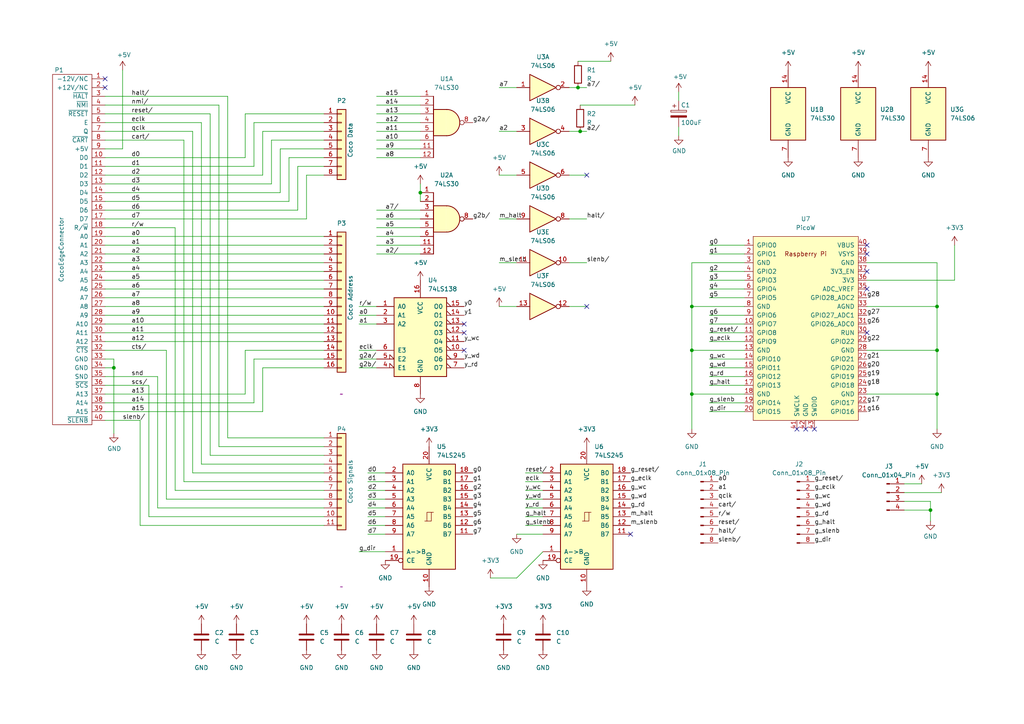
<source format=kicad_sch>
(kicad_sch (version 20230121) (generator eeschema)
  (paper "A4")
  (title_block (title "SpoonFeeder V1") (date "2024-02-07") (rev "Aardvark") (company "www.yak.net/spoonfeeder (Thomas & Strick)"))
  (lib_symbols
    (symbol "74xx:74LS06" (pin_names (offset 1.016))
      (property "Reference" "U" (at 0 1.27 0))
      (property "Value" "74LS06" (at 0 -1.27 0))
      (symbol "74LS06_1_0"
        (pin input line (at -7.62 0 0) (length 3.81) (name "~") (number "1"))
        (pin open_collector inverted (at 7.62 0 180) (length 3.81) (name "~") (number "2"))
      )
      (symbol "74LS06_2_0"
        (pin input line (at -7.62 0 0) (length 3.81) (name "~") (number "3"))
        (pin open_collector inverted (at 7.62 0 180) (length 3.81) (name "~") (number "4"))
      )
      (symbol "74LS06_3_0"
        (pin input line (at -7.62 0 0) (length 3.81) (name "~") (number "5"))
        (pin open_collector inverted (at 7.62 0 180) (length 3.81) (name "~") (number "6"))
      )
      (symbol "74LS06_4_0"
        (pin open_collector inverted (at 7.62 0 180) (length 3.81) (name "~") (number "8"))
        (pin input line (at -7.62 0 0) (length 3.81) (name "~") (number "9"))
      )
      (symbol "74LS06_5_0"
        (pin open_collector inverted (at 7.62 0 180) (length 3.81) (name "~") (number "10"))
        (pin input line (at -7.62 0 0) (length 3.81) (name "~") (number "11"))
      )
      (symbol "74LS06_6_0"
        (pin open_collector inverted (at 7.62 0 180) (length 3.81) (name "~") (number "12"))
        (pin input line (at -7.62 0 0) (length 3.81) (name "~") (number "13"))
      )
      (symbol "74LS06_7_0"
        (pin power_in line (at 0 12.7 270) (length 5.08) (name "VCC") (number "14"))
        (pin power_in line (at 0 -12.7 90) (length 5.08) (name "GND") (number "7"))
      )
    )
    (symbol "74xx:74LS138" (pin_names (offset 1.016))
      (property "Reference" "U" (at -7.62 11.43 0))
      (property "Value" "74LS138" (at -7.62 -13.97 0))
      (symbol "74LS138_1_0"
        (pin input line (at -12.7 7.62 0) (length 5.08) (name "A0") (number "1"))
        (pin output output_low (at 12.7 -5.08 180) (length 5.08) (name "O5") (number "10"))
        (pin output output_low (at 12.7 -2.54 180) (length 5.08) (name "O4") (number "11"))
        (pin output output_low (at 12.7 0 180) (length 5.08) (name "O3") (number "12"))
        (pin output output_low (at 12.7 2.54 180) (length 5.08) (name "O2") (number "13"))
        (pin output output_low (at 12.7 5.08 180) (length 5.08) (name "O1") (number "14"))
        (pin output output_low (at 12.7 7.62 180) (length 5.08) (name "O0") (number "15"))
        (pin power_in line (at 0 15.24 270) (length 5.08) (name "VCC") (number "16"))
        (pin input line (at -12.7 5.08 0) (length 5.08) (name "A1") (number "2"))
        (pin input line (at -12.7 2.54 0) (length 5.08) (name "A2") (number "3"))
        (pin input input_low (at -12.7 -10.16 0) (length 5.08) (name "E1") (number "4"))
        (pin input input_low (at -12.7 -7.62 0) (length 5.08) (name "E2") (number "5"))
        (pin input line (at -12.7 -5.08 0) (length 5.08) (name "E3") (number "6"))
        (pin output output_low (at 12.7 -10.16 180) (length 5.08) (name "O7") (number "7"))
        (pin power_in line (at 0 -17.78 90) (length 5.08) (name "GND") (number "8"))
        (pin output output_low (at 12.7 -7.62 180) (length 5.08) (name "O6") (number "9"))
      )
    )
    (symbol "74xx:74LS245" (pin_names (offset 1.016))
      (property "Reference" "U" (at -7.62 16.51 0))
      (property "Value" "74LS245" (at -7.62 -16.51 0))
      (symbol "74LS245_1_0"
        (pin input line (at -12.7 -10.16 0) (length 5.08) (name "A->B") (number "1"))
        (pin power_in line (at 0 -20.32 90) (length 5.08) (name "GND") (number "10"))
        (pin tri_state line (at 12.7 -5.08 180) (length 5.08) (name "B7") (number "11"))
        (pin tri_state line (at 12.7 -2.54 180) (length 5.08) (name "B6") (number "12"))
        (pin tri_state line (at 12.7 0 180) (length 5.08) (name "B5") (number "13"))
        (pin tri_state line (at 12.7 2.54 180) (length 5.08) (name "B4") (number "14"))
        (pin tri_state line (at 12.7 5.08 180) (length 5.08) (name "B3") (number "15"))
        (pin tri_state line (at 12.7 7.62 180) (length 5.08) (name "B2") (number "16"))
        (pin tri_state line (at 12.7 10.16 180) (length 5.08) (name "B1") (number "17"))
        (pin tri_state line (at 12.7 12.7 180) (length 5.08) (name "B0") (number "18"))
        (pin input inverted (at -12.7 -12.7 0) (length 5.08) (name "CE") (number "19"))
        (pin tri_state line (at -12.7 12.7 0) (length 5.08) (name "A0") (number "2"))
        (pin power_in line (at 0 20.32 270) (length 5.08) (name "VCC") (number "20"))
        (pin tri_state line (at -12.7 10.16 0) (length 5.08) (name "A1") (number "3"))
        (pin tri_state line (at -12.7 7.62 0) (length 5.08) (name "A2") (number "4"))
        (pin tri_state line (at -12.7 5.08 0) (length 5.08) (name "A3") (number "5"))
        (pin tri_state line (at -12.7 2.54 0) (length 5.08) (name "A4") (number "6"))
        (pin tri_state line (at -12.7 0 0) (length 5.08) (name "A5") (number "7"))
        (pin tri_state line (at -12.7 -2.54 0) (length 5.08) (name "A6") (number "8"))
        (pin tri_state line (at -12.7 -5.08 0) (length 5.08) (name "A7") (number "9"))
      )
    )
    (symbol "74xx:74LS30" (pin_names (offset 1.016))
      (property "Reference" "U" (at 0 1.27 0))
      (property "Value" "74LS30" (at 0 -1.27 0))
      (symbol "74LS30_1_1"
        (pin input line (at -7.62 7.62 0) (length 3.81) (name "~") (number "1"))
        (pin input line (at -7.62 -7.62 0) (length 3.81) (name "~") (number "11"))
        (pin input line (at -7.62 -10.16 0) (length 3.81) (name "~") (number "12"))
        (pin input line (at -7.62 5.08 0) (length 3.81) (name "~") (number "2"))
        (pin input line (at -7.62 2.54 0) (length 3.81) (name "~") (number "3"))
        (pin input line (at -7.62 0 0) (length 3.81) (name "~") (number "4"))
        (pin input line (at -7.62 -2.54 0) (length 3.81) (name "~") (number "5"))
        (pin input line (at -7.62 -5.08 0) (length 3.81) (name "~") (number "6"))
        (pin output inverted (at 7.62 0 180) (length 3.81) (name "~") (number "8"))
      )
      (symbol "74LS30_1_2"
        (pin input inverted (at -7.62 7.62 0) (length 3.81) (name "~") (number "1"))
        (pin input inverted (at -7.62 -7.62 0) (length 3.81) (name "~") (number "11"))
        (pin input inverted (at -7.62 -10.16 0) (length 3.81) (name "~") (number "12"))
        (pin input inverted (at -7.62 5.08 0) (length 3.81) (name "~") (number "2"))
        (pin input inverted (at -7.62 2.54 0) (length 4.5466) (name "~") (number "3"))
        (pin input inverted (at -7.62 0 0) (length 5.08) (name "~") (number "4"))
        (pin input inverted (at -7.62 -2.54 0) (length 4.5466) (name "~") (number "5"))
        (pin input inverted (at -7.62 -5.08 0) (length 3.81) (name "~") (number "6"))
        (pin output line (at 7.62 0 180) (length 3.81) (name "~") (number "8"))
      )
      (symbol "74LS30_2_0"
        (pin power_in line (at 0 12.7 270) (length 5.08) (name "VCC") (number "14"))
        (pin power_in line (at 0 -12.7 90) (length 5.08) (name "GND") (number "7"))
      )
    )
    (symbol "Connector:Conn_01x04_Pin" (pin_names (offset 1.016) hide)
      (property "Reference" "J" (at 0 5.08 0))
      (property "Value" "Conn_01x04_Pin" (at 0 -7.62 0))
      (symbol "Conn_01x04_Pin_1_1"
        (pin passive line (at 5.08 2.54 180) (length 3.81) (name "Pin_1") (number "1"))
        (pin passive line (at 5.08 0 180) (length 3.81) (name "Pin_2") (number "2"))
        (pin passive line (at 5.08 -2.54 180) (length 3.81) (name "Pin_3") (number "3"))
        (pin passive line (at 5.08 -5.08 180) (length 3.81) (name "Pin_4") (number "4"))
      )
    )
    (symbol "Connector:Conn_01x08_Pin" (pin_names (offset 1.016) hide)
      (property "Reference" "J" (at 0 10.16 0))
      (property "Value" "Conn_01x08_Pin" (at 0 -12.7 0))
      (symbol "Conn_01x08_Pin_1_1"
        (pin passive line (at 5.08 7.62 180) (length 3.81) (name "Pin_1") (number "1"))
        (pin passive line (at 5.08 5.08 180) (length 3.81) (name "Pin_2") (number "2"))
        (pin passive line (at 5.08 2.54 180) (length 3.81) (name "Pin_3") (number "3"))
        (pin passive line (at 5.08 0 180) (length 3.81) (name "Pin_4") (number "4"))
        (pin passive line (at 5.08 -2.54 180) (length 3.81) (name "Pin_5") (number "5"))
        (pin passive line (at 5.08 -5.08 180) (length 3.81) (name "Pin_6") (number "6"))
        (pin passive line (at 5.08 -7.62 180) (length 3.81) (name "Pin_7") (number "7"))
        (pin passive line (at 5.08 -10.16 180) (length 3.81) (name "Pin_8") (number "8"))
      )
    )
    (symbol "Connector_Generic:Conn_01x08" (pin_names (offset 1.016) hide)
      (property "Reference" "J" (at 0 10.16 0))
      (property "Value" "Conn_01x08" (at 0 -12.7 0))
      (symbol "Conn_01x08_1_1"
        (pin passive line (at -5.08 7.62 0) (length 3.81) (name "Pin_1") (number "1"))
        (pin passive line (at -5.08 5.08 0) (length 3.81) (name "Pin_2") (number "2"))
        (pin passive line (at -5.08 2.54 0) (length 3.81) (name "Pin_3") (number "3"))
        (pin passive line (at -5.08 0 0) (length 3.81) (name "Pin_4") (number "4"))
        (pin passive line (at -5.08 -2.54 0) (length 3.81) (name "Pin_5") (number "5"))
        (pin passive line (at -5.08 -5.08 0) (length 3.81) (name "Pin_6") (number "6"))
        (pin passive line (at -5.08 -7.62 0) (length 3.81) (name "Pin_7") (number "7"))
        (pin passive line (at -5.08 -10.16 0) (length 3.81) (name "Pin_8") (number "8"))
      )
    )
    (symbol "Connector_Generic:Conn_01x11" (pin_names (offset 1.016) hide)
      (property "Reference" "J" (at 0 15.24 0))
      (property "Value" "Conn_01x11" (at 0 -15.24 0))
      (symbol "Conn_01x11_1_1"
        (pin passive line (at -5.08 12.7 0) (length 3.81) (name "Pin_1") (number "1"))
        (pin passive line (at -5.08 -10.16 0) (length 3.81) (name "Pin_10") (number "10"))
        (pin passive line (at -5.08 -12.7 0) (length 3.81) (name "Pin_11") (number "11"))
        (pin passive line (at -5.08 10.16 0) (length 3.81) (name "Pin_2") (number "2"))
        (pin passive line (at -5.08 7.62 0) (length 3.81) (name "Pin_3") (number "3"))
        (pin passive line (at -5.08 5.08 0) (length 3.81) (name "Pin_4") (number "4"))
        (pin passive line (at -5.08 2.54 0) (length 3.81) (name "Pin_5") (number "5"))
        (pin passive line (at -5.08 0 0) (length 3.81) (name "Pin_6") (number "6"))
        (pin passive line (at -5.08 -2.54 0) (length 3.81) (name "Pin_7") (number "7"))
        (pin passive line (at -5.08 -5.08 0) (length 3.81) (name "Pin_8") (number "8"))
        (pin passive line (at -5.08 -7.62 0) (length 3.81) (name "Pin_9") (number "9"))
      )
    )
    (symbol "Connector_Generic:Conn_01x16" (pin_names (offset 1.016) hide)
      (property "Reference" "J" (at 0 20.32 0))
      (property "Value" "Conn_01x16" (at 0 -22.86 0))
      (symbol "Conn_01x16_1_1"
        (pin passive line (at -5.08 17.78 0) (length 3.81) (name "Pin_1") (number "1"))
        (pin passive line (at -5.08 -5.08 0) (length 3.81) (name "Pin_10") (number "10"))
        (pin passive line (at -5.08 -7.62 0) (length 3.81) (name "Pin_11") (number "11"))
        (pin passive line (at -5.08 -10.16 0) (length 3.81) (name "Pin_12") (number "12"))
        (pin passive line (at -5.08 -12.7 0) (length 3.81) (name "Pin_13") (number "13"))
        (pin passive line (at -5.08 -15.24 0) (length 3.81) (name "Pin_14") (number "14"))
        (pin passive line (at -5.08 -17.78 0) (length 3.81) (name "Pin_15") (number "15"))
        (pin passive line (at -5.08 -20.32 0) (length 3.81) (name "Pin_16") (number "16"))
        (pin passive line (at -5.08 15.24 0) (length 3.81) (name "Pin_2") (number "2"))
        (pin passive line (at -5.08 12.7 0) (length 3.81) (name "Pin_3") (number "3"))
        (pin passive line (at -5.08 10.16 0) (length 3.81) (name "Pin_4") (number "4"))
        (pin passive line (at -5.08 7.62 0) (length 3.81) (name "Pin_5") (number "5"))
        (pin passive line (at -5.08 5.08 0) (length 3.81) (name "Pin_6") (number "6"))
        (pin passive line (at -5.08 2.54 0) (length 3.81) (name "Pin_7") (number "7"))
        (pin passive line (at -5.08 0 0) (length 3.81) (name "Pin_8") (number "8"))
        (pin passive line (at -5.08 -2.54 0) (length 3.81) (name "Pin_9") (number "9"))
      )
    )
    (symbol "Device:C" (pin_numbers hide) (pin_names (offset 0.254))
      (property "Reference" "C" (at 0.635 2.54 0))
      (property "Value" "C" (at 0.635 -2.54 0))
      (symbol "C_1_1"
        (pin passive line (at 0 3.81 270) (length 2.794) (name "~") (number "1"))
        (pin passive line (at 0 -3.81 90) (length 2.794) (name "~") (number "2"))
      )
    )
    (symbol "Device:R" (pin_numbers hide) (pin_names (offset 0))
      (property "Reference" "R" (at 2.032 0 90))
      (property "Value" "R" (at 0 0 90))
      (symbol "R_1_1"
        (pin passive line (at 0 3.81 270) (length 1.27) (name "~") (number "1"))
        (pin passive line (at 0 -3.81 90) (length 1.27) (name "~") (number "2"))
      )
    )
    (symbol "dippy:PicoW" (pin_names (offset 1.016))
      (property "Reference" "U" (at -13.97 27.94 0))
      (property "Value" "PicoW" (at 0 19.05 0))
      (symbol "PicoW_0_0"
        (text "Raspberry Pi" (at 0 21.59 0) (effects (font (size 1.27 1.27))))
      )
      (symbol "PicoW_1_1"
        (pin bidirectional line (at -17.78 24.13 0) (length 2.54) (name "GPIO0") (number "1"))
        (pin bidirectional line (at -17.78 1.27 0) (length 2.54) (name "GPIO7") (number "10"))
        (pin bidirectional line (at -17.78 -1.27 0) (length 2.54) (name "GPIO8") (number "11"))
        (pin bidirectional line (at -17.78 -3.81 0) (length 2.54) (name "GPIO9") (number "12"))
        (pin power_in line (at -17.78 -6.35 0) (length 2.54) (name "GND") (number "13"))
        (pin bidirectional line (at -17.78 -8.89 0) (length 2.54) (name "GPIO10") (number "14"))
        (pin bidirectional line (at -17.78 -11.43 0) (length 2.54) (name "GPIO11") (number "15"))
        (pin bidirectional line (at -17.78 -13.97 0) (length 2.54) (name "GPIO12") (number "16"))
        (pin bidirectional line (at -17.78 -16.51 0) (length 2.54) (name "GPIO13") (number "17"))
        (pin power_in line (at -17.78 -19.05 0) (length 2.54) (name "GND") (number "18"))
        (pin bidirectional line (at -17.78 -21.59 0) (length 2.54) (name "GPIO14") (number "19"))
        (pin bidirectional line (at -17.78 21.59 0) (length 2.54) (name "GPIO1") (number "2"))
        (pin bidirectional line (at -17.78 -24.13 0) (length 2.54) (name "GPIO15") (number "20"))
        (pin bidirectional line (at 17.78 -24.13 180) (length 2.54) (name "GPIO16") (number "21"))
        (pin bidirectional line (at 17.78 -21.59 180) (length 2.54) (name "GPIO17") (number "22"))
        (pin power_in line (at 17.78 -19.05 180) (length 2.54) (name "GND") (number "23"))
        (pin bidirectional line (at 17.78 -16.51 180) (length 2.54) (name "GPIO18") (number "24"))
        (pin bidirectional line (at 17.78 -13.97 180) (length 2.54) (name "GPIO19") (number "25"))
        (pin bidirectional line (at 17.78 -11.43 180) (length 2.54) (name "GPIO20") (number "26"))
        (pin bidirectional line (at 17.78 -8.89 180) (length 2.54) (name "GPIO21") (number "27"))
        (pin power_in line (at 17.78 -6.35 180) (length 2.54) (name "GND") (number "28"))
        (pin bidirectional line (at 17.78 -3.81 180) (length 2.54) (name "GPIO22") (number "29"))
        (pin power_in line (at -17.78 19.05 0) (length 2.54) (name "GND") (number "3"))
        (pin input line (at 17.78 -1.27 180) (length 2.54) (name "RUN") (number "30"))
        (pin bidirectional line (at 17.78 1.27 180) (length 2.54) (name "GPIO26_ADC0") (number "31"))
        (pin bidirectional line (at 17.78 3.81 180) (length 2.54) (name "GPIO27_ADC1") (number "32"))
        (pin power_in line (at 17.78 6.35 180) (length 2.54) (name "AGND") (number "33"))
        (pin bidirectional line (at 17.78 8.89 180) (length 2.54) (name "GPIO28_ADC2") (number "34"))
        (pin unspecified line (at 17.78 11.43 180) (length 2.54) (name "ADC_VREF") (number "35"))
        (pin unspecified line (at 17.78 13.97 180) (length 2.54) (name "3V3") (number "36"))
        (pin input line (at 17.78 16.51 180) (length 2.54) (name "3V3_EN") (number "37"))
        (pin bidirectional line (at 17.78 19.05 180) (length 2.54) (name "GND") (number "38"))
        (pin unspecified line (at 17.78 21.59 180) (length 2.54) (name "VSYS") (number "39"))
        (pin bidirectional line (at -17.78 16.51 0) (length 2.54) (name "GPIO2") (number "4"))
        (pin unspecified line (at 17.78 24.13 180) (length 2.54) (name "VBUS") (number "40"))
        (pin input line (at -2.54 -29.21 90) (length 2.54) (name "SWCLK") (number "41"))
        (pin power_in line (at 0 -29.21 90) (length 2.54) (name "GND") (number "42"))
        (pin bidirectional line (at 2.54 -29.21 90) (length 2.54) (name "SWDIO") (number "43"))
        (pin bidirectional line (at -17.78 13.97 0) (length 2.54) (name "GPIO3") (number "5"))
        (pin bidirectional line (at -17.78 11.43 0) (length 2.54) (name "GPIO4") (number "6"))
        (pin bidirectional line (at -17.78 8.89 0) (length 2.54) (name "GPIO5") (number "7"))
        (pin power_in line (at -17.78 6.35 0) (length 2.54) (name "GND") (number "8"))
        (pin bidirectional line (at -17.78 3.81 0) (length 2.54) (name "GPIO6") (number "9"))
      )
    )
    (symbol "power:+3V3" (power) (pin_names (offset 0))
      (property "Value" "+3V3" (at 0 3.556 0))
      (symbol "+3V3_1_1"
        (pin power_in line (at 0 0 90) (length 0) hide (name "+3V3") (number "1"))
      )
    )
    (symbol "power:+5V" (power) (pin_names (offset 0))
      (property "Value" "+5V" (at 0 3.556 0))
      (symbol "+5V_1_1"
        (pin power_in line (at 0 0 90) (length 0) hide (name "+5V") (number "1"))
      )
    )
    (symbol "power:GND" (power) (pin_names (offset 0))
      (property "Value" "GND" (at 0 -3.81 0))
      (symbol "GND_1_1"
        (pin power_in line (at 0 0 270) (length 0) hide (name "GND") (number "1"))
      )
    )
    (symbol "spoon2-rescue:COCO_EDGE_CONNECTOR-00_Custom" (pin_names (offset 1.016))
      (property "Reference" "P" (at -3.175 52.07 0))
      (property "Value" "00_Custom_COCO_EDGE_CONNECTOR" (at -2.54 0 90))
      (symbol "COCO_EDGE_CONNECTOR-00_Custom_1_1"
        (pin power_out line (at 10.16 49.53 180) (length 3.81) (name "-12V/NC") (number "1"))
        (pin passive line (at 10.16 26.67 180) (length 3.81) (name "D0") (number "10"))
        (pin passive line (at 10.16 24.13 180) (length 3.81) (name "D1") (number "11"))
        (pin passive line (at 10.16 21.59 180) (length 3.81) (name "D2") (number "12"))
        (pin passive line (at 10.16 19.05 180) (length 3.81) (name "D3") (number "13"))
        (pin passive line (at 10.16 16.51 180) (length 3.81) (name "D4") (number "14"))
        (pin passive line (at 10.16 13.97 180) (length 3.81) (name "D5") (number "15"))
        (pin passive line (at 10.16 11.43 180) (length 3.81) (name "D6") (number "16"))
        (pin passive line (at 10.16 8.89 180) (length 3.81) (name "D7") (number "17"))
        (pin passive line (at 10.16 6.35 180) (length 3.81) (name "R/~{W}") (number "18"))
        (pin passive line (at 10.16 3.81 180) (length 3.81) (name "A0") (number "19"))
        (pin power_out line (at 10.16 46.99 180) (length 3.81) (name "+12V/NC") (number "2"))
        (pin passive line (at 10.16 1.27 180) (length 3.81) (name "A1") (number "20"))
        (pin passive line (at 10.16 -1.27 180) (length 3.81) (name "A2") (number "21"))
        (pin passive line (at 10.16 -3.81 180) (length 3.81) (name "A3") (number "22"))
        (pin passive line (at 10.16 -6.35 180) (length 3.81) (name "A4") (number "23"))
        (pin passive line (at 10.16 -8.89 180) (length 3.81) (name "A5") (number "24"))
        (pin passive line (at 10.16 -11.43 180) (length 3.81) (name "A6") (number "25"))
        (pin passive line (at 10.16 -13.97 180) (length 3.81) (name "A7") (number "26"))
        (pin passive line (at 10.16 -16.51 180) (length 3.81) (name "A8") (number "27"))
        (pin passive line (at 10.16 -19.05 180) (length 3.81) (name "A9") (number "28"))
        (pin passive line (at 10.16 -21.59 180) (length 3.81) (name "A10") (number "29"))
        (pin passive line (at 10.16 44.45 180) (length 3.81) (name "~{HALT}") (number "3"))
        (pin passive line (at 10.16 -24.13 180) (length 3.81) (name "A11") (number "30"))
        (pin passive line (at 10.16 -26.67 180) (length 3.81) (name "A12") (number "31"))
        (pin passive line (at 10.16 -29.21 180) (length 3.81) (name "~{CTS}") (number "32"))
        (pin power_out line (at 10.16 -31.75 180) (length 3.81) (name "GND") (number "33"))
        (pin power_in line (at 10.16 -34.29 180) (length 3.81) (name "GND") (number "34"))
        (pin passive line (at 10.16 -36.83 180) (length 3.81) (name "SND") (number "35"))
        (pin passive line (at 10.16 -39.37 180) (length 3.81) (name "~{SCS}") (number "36"))
        (pin passive line (at 10.16 -41.91 180) (length 3.81) (name "A13") (number "37"))
        (pin passive line (at 10.16 -44.45 180) (length 3.81) (name "A14") (number "38"))
        (pin passive line (at 10.16 -46.99 180) (length 3.81) (name "A15") (number "39"))
        (pin passive line (at 10.16 41.91 180) (length 3.81) (name "~{NMI}") (number "4"))
        (pin passive line (at 10.16 -49.53 180) (length 3.81) (name "~{SLENB}") (number "40"))
        (pin passive line (at 10.16 39.37 180) (length 3.81) (name "~{RESET}") (number "5"))
        (pin passive line (at 10.16 36.83 180) (length 3.81) (name "E") (number "6"))
        (pin passive line (at 10.16 34.29 180) (length 3.81) (name "Q") (number "7"))
        (pin passive line (at 10.16 31.75 180) (length 3.81) (name "~{CART}") (number "8"))
        (pin power_out line (at 10.16 29.21 180) (length 3.81) (name "+5V") (number "9"))
      )
    )
    (symbol "spoon2-rescue:CP-Device" (pin_numbers hide) (pin_names (offset 0.254))
      (property "Reference" "C" (at 0.635 2.54 0))
      (property "Value" "Device_CP" (at 0.635 -2.54 0))
      (symbol "CP-Device_1_1"
        (pin passive line (at 0 3.81 270) (length 2.794) (name "~") (number "1"))
        (pin passive line (at 0 -3.81 90) (length 2.794) (name "~") (number "2"))
      )
    )
  )
  (junction (at 200.66 114.3))
  (junction (at 121.92 55.88))
  (junction (at 271.78 88.9))
  (junction (at 167.64 25.4))
  (junction (at 168.275 38.1))
  (junction (at 200.66 101.6))
  (junction (at 33.02 106.68))
  (junction (at 200.66 88.9))
  (junction (at 271.78 101.6))
  (junction (at 271.78 114.3))
  (junction (at 269.875 147.955))
  (no_connect (at 231.14 124.46))
  (no_connect (at 251.46 73.66))
  (no_connect (at 182.88 154.94))
  (no_connect (at 251.46 96.52))
  (no_connect (at 170.18 50.8))
  (no_connect (at 236.22 124.46))
  (no_connect (at 134.62 96.52))
  (no_connect (at 170.18 88.9))
  (no_connect (at 251.46 71.12))
  (no_connect (at 30.48 22.86))
  (no_connect (at 134.62 101.6))
  (no_connect (at 30.48 25.4))
  (no_connect (at 251.46 78.74))
  (no_connect (at 233.68 124.46))
  (no_connect (at 251.46 83.82))
  (no_connect (at 134.62 93.98))
  (wire (pts (xy 71.12 114.3) (xy 71.12 101.6)))
  (wire (pts (xy 196.85 26.67) (xy 196.85 29.21)))
  (wire (pts (xy 104.14 88.9) (xy 109.22 88.9)))
  (wire (pts (xy 109.22 30.48) (xy 121.92 30.48)))
  (wire (pts (xy 144.78 76.2) (xy 149.86 76.2)))
  (wire (pts (xy 30.48 45.72) (xy 71.12 45.72)))
  (wire (pts (xy 205.74 81.28) (xy 215.9 81.28)))
  (wire (pts (xy 33.02 106.68) (xy 30.48 106.68)))
  (wire (pts (xy 152.4 149.86) (xy 157.48 149.86)))
  (wire (pts (xy 251.46 114.3) (xy 271.78 114.3)))
  (wire (pts (xy 30.48 104.14) (xy 33.02 104.14)))
  (wire (pts (xy 30.48 53.34) (xy 78.74 53.34)))
  (wire (pts (xy 196.85 36.83) (xy 196.85 39.37)))
  (wire (pts (xy 58.42 134.62) (xy 58.42 35.56)))
  (wire (pts (xy 205.74 71.12) (xy 215.9 71.12)))
  (wire (pts (xy 251.46 81.28) (xy 276.86 81.28)))
  (wire (pts (xy 251.46 101.6) (xy 271.78 101.6)))
  (wire (pts (xy 106.68 152.4) (xy 111.76 152.4)))
  (wire (pts (xy 200.66 88.9) (xy 200.66 101.6)))
  (wire (pts (xy 48.26 144.78) (xy 48.26 101.6)))
  (wire (pts (xy 205.74 104.14) (xy 215.9 104.14)))
  (wire (pts (xy 205.74 116.84) (xy 215.9 116.84)))
  (wire (pts (xy 93.98 88.9) (xy 30.48 88.9)))
  (wire (pts (xy 33.02 106.68) (xy 33.02 125.73)))
  (wire (pts (xy 60.96 33.02) (xy 60.96 132.08)))
  (wire (pts (xy 269.875 145.415) (xy 269.875 147.955)))
  (wire (pts (xy 30.48 43.18) (xy 35.56 43.18)))
  (wire (pts (xy 104.14 93.98) (xy 109.22 93.98)))
  (wire (pts (xy 205.74 109.22) (xy 215.9 109.22)))
  (wire (pts (xy 81.28 55.88) (xy 81.28 43.18)))
  (wire (pts (xy 88.9 50.8) (xy 93.98 50.8)))
  (wire (pts (xy 40.64 152.4) (xy 93.98 152.4)))
  (wire (pts (xy 106.68 137.16) (xy 111.76 137.16)))
  (wire (pts (xy 76.2 38.1) (xy 93.98 38.1)))
  (wire (pts (xy 144.78 63.5) (xy 149.86 63.5)))
  (wire (pts (xy 106.68 147.32) (xy 111.76 147.32)))
  (wire (pts (xy 271.78 101.6) (xy 271.78 114.3)))
  (wire (pts (xy 60.96 132.08) (xy 93.98 132.08)))
  (wire (pts (xy 30.48 93.98) (xy 93.98 93.98)))
  (wire (pts (xy 109.22 73.66) (xy 121.92 73.66)))
  (wire (pts (xy 55.88 38.1) (xy 55.88 137.16)))
  (wire (pts (xy 152.4 147.32) (xy 157.48 147.32)))
  (wire (pts (xy 165.1 38.1) (xy 168.275 38.1)))
  (wire (pts (xy 63.5 30.48) (xy 63.5 129.54)))
  (wire (pts (xy 43.18 111.76) (xy 30.48 111.76)))
  (wire (pts (xy 48.26 101.6) (xy 30.48 101.6)))
  (wire (pts (xy 81.28 43.18) (xy 93.98 43.18)))
  (wire (pts (xy 200.66 101.6) (xy 215.9 101.6)))
  (wire (pts (xy 200.66 114.3) (xy 215.9 114.3)))
  (wire (pts (xy 152.4 137.16) (xy 157.48 137.16)))
  (wire (pts (xy 86.36 48.26) (xy 93.98 48.26)))
  (wire (pts (xy 53.34 139.7) (xy 53.34 40.64)))
  (wire (pts (xy 30.48 91.44) (xy 93.98 91.44)))
  (wire (pts (xy 30.48 81.28) (xy 93.98 81.28)))
  (wire (pts (xy 121.92 55.88) (xy 121.92 58.42)))
  (wire (pts (xy 205.74 106.68) (xy 215.9 106.68)))
  (wire (pts (xy 53.34 40.64) (xy 30.48 40.64)))
  (wire (pts (xy 30.48 48.26) (xy 73.66 48.26)))
  (wire (pts (xy 152.4 144.78) (xy 157.48 144.78)))
  (wire (pts (xy 73.66 35.56) (xy 93.98 35.56)))
  (wire (pts (xy 157.48 160.02) (xy 149.86 167.64)))
  (wire (pts (xy 262.255 147.955) (xy 269.875 147.955)))
  (wire (pts (xy 205.74 96.52) (xy 215.9 96.52)))
  (wire (pts (xy 30.48 63.5) (xy 88.9 63.5)))
  (wire (pts (xy 149.86 154.94) (xy 157.48 154.94)))
  (wire (pts (xy 205.74 78.74) (xy 215.9 78.74)))
  (wire (pts (xy 58.42 35.56) (xy 30.48 35.56)))
  (wire (pts (xy 78.74 40.64) (xy 93.98 40.64)))
  (wire (pts (xy 168.275 38.1) (xy 170.18 38.1)))
  (wire (pts (xy 205.74 91.44) (xy 215.9 91.44)))
  (wire (pts (xy 205.74 83.82) (xy 215.9 83.82)))
  (wire (pts (xy 45.72 147.32) (xy 93.98 147.32)))
  (wire (pts (xy 66.04 27.94) (xy 66.04 127)))
  (wire (pts (xy 109.22 71.12) (xy 121.92 71.12)))
  (wire (pts (xy 71.12 45.72) (xy 71.12 33.02)))
  (wire (pts (xy 165.1 76.2) (xy 170.18 76.2)))
  (wire (pts (xy 71.12 101.6) (xy 93.98 101.6)))
  (wire (pts (xy 30.48 33.02) (xy 60.96 33.02)))
  (wire (pts (xy 269.875 147.955) (xy 269.875 151.13)))
  (wire (pts (xy 93.98 76.2) (xy 30.48 76.2)))
  (wire (pts (xy 109.22 60.96) (xy 121.92 60.96)))
  (wire (pts (xy 50.8 66.04) (xy 50.8 142.24)))
  (wire (pts (xy 144.78 88.9) (xy 149.86 88.9)))
  (wire (pts (xy 30.48 55.88) (xy 81.28 55.88)))
  (wire (pts (xy 93.98 78.74) (xy 30.48 78.74)))
  (wire (pts (xy 109.22 63.5) (xy 121.92 63.5)))
  (wire (pts (xy 200.66 88.9) (xy 215.9 88.9)))
  (wire (pts (xy 30.48 114.3) (xy 71.12 114.3)))
  (wire (pts (xy 109.22 66.04) (xy 121.92 66.04)))
  (wire (pts (xy 55.88 137.16) (xy 93.98 137.16)))
  (wire (pts (xy 93.98 134.62) (xy 58.42 134.62)))
  (wire (pts (xy 144.78 38.1) (xy 149.86 38.1)))
  (wire (pts (xy 30.48 30.48) (xy 63.5 30.48)))
  (wire (pts (xy 152.4 139.7) (xy 157.48 139.7)))
  (wire (pts (xy 271.78 88.9) (xy 271.78 101.6)))
  (wire (pts (xy 30.48 27.94) (xy 66.04 27.94)))
  (wire (pts (xy 45.72 109.22) (xy 45.72 147.32)))
  (wire (pts (xy 30.48 86.36) (xy 93.98 86.36)))
  (wire (pts (xy 276.86 71.12) (xy 276.86 81.28)))
  (wire (pts (xy 30.48 121.92) (xy 40.64 121.92)))
  (wire (pts (xy 251.46 76.2) (xy 271.78 76.2)))
  (wire (pts (xy 73.66 104.14) (xy 73.66 116.84)))
  (wire (pts (xy 63.5 129.54) (xy 93.98 129.54)))
  (wire (pts (xy 168.275 30.48) (xy 184.15 30.48)))
  (wire (pts (xy 152.4 142.24) (xy 157.48 142.24)))
  (wire (pts (xy 142.24 167.64) (xy 149.86 167.64)))
  (wire (pts (xy 205.74 93.98) (xy 215.9 93.98)))
  (wire (pts (xy 106.68 154.94) (xy 111.76 154.94)))
  (wire (pts (xy 93.98 96.52) (xy 30.48 96.52)))
  (wire (pts (xy 109.22 40.64) (xy 121.92 40.64)))
  (wire (pts (xy 83.82 45.72) (xy 93.98 45.72)))
  (wire (pts (xy 165.1 88.9) (xy 170.18 88.9)))
  (wire (pts (xy 30.48 66.04) (xy 50.8 66.04)))
  (wire (pts (xy 73.66 104.14) (xy 93.98 104.14)))
  (wire (pts (xy 106.68 139.7) (xy 111.76 139.7)))
  (wire (pts (xy 109.22 68.58) (xy 121.92 68.58)))
  (wire (pts (xy 30.48 99.06) (xy 93.98 99.06)))
  (wire (pts (xy 88.9 63.5) (xy 88.9 50.8)))
  (wire (pts (xy 50.8 142.24) (xy 93.98 142.24)))
  (wire (pts (xy 205.74 73.66) (xy 215.9 73.66)))
  (wire (pts (xy 144.78 50.8) (xy 149.86 50.8)))
  (wire (pts (xy 167.64 17.78) (xy 177.165 17.78)))
  (wire (pts (xy 30.48 73.66) (xy 93.98 73.66)))
  (wire (pts (xy 271.78 76.2) (xy 271.78 88.9)))
  (wire (pts (xy 78.74 53.34) (xy 78.74 40.64)))
  (wire (pts (xy 71.12 33.02) (xy 93.98 33.02)))
  (wire (pts (xy 76.2 50.8) (xy 76.2 38.1)))
  (wire (pts (xy 205.74 119.38) (xy 215.9 119.38)))
  (wire (pts (xy 262.255 145.415) (xy 269.875 145.415)))
  (wire (pts (xy 76.2 106.68) (xy 76.2 119.38)))
  (wire (pts (xy 30.48 38.1) (xy 55.88 38.1)))
  (wire (pts (xy 104.14 106.68) (xy 109.22 106.68)))
  (wire (pts (xy 93.98 144.78) (xy 48.26 144.78)))
  (wire (pts (xy 30.48 58.42) (xy 83.82 58.42)))
  (wire (pts (xy 86.36 60.96) (xy 86.36 48.26)))
  (wire (pts (xy 121.92 53.34) (xy 121.92 55.88)))
  (wire (pts (xy 35.56 43.18) (xy 35.56 20.32)))
  (wire (pts (xy 106.68 144.78) (xy 111.76 144.78)))
  (wire (pts (xy 205.74 86.36) (xy 215.9 86.36)))
  (wire (pts (xy 165.1 50.8) (xy 170.18 50.8)))
  (wire (pts (xy 83.82 58.42) (xy 83.82 45.72)))
  (wire (pts (xy 30.48 50.8) (xy 76.2 50.8)))
  (wire (pts (xy 104.14 160.02) (xy 111.76 160.02)))
  (wire (pts (xy 93.98 83.82) (xy 30.48 83.82)))
  (wire (pts (xy 200.66 76.2) (xy 200.66 88.9)))
  (wire (pts (xy 30.48 109.22) (xy 45.72 109.22)))
  (wire (pts (xy 271.78 114.3) (xy 271.78 124.46)))
  (wire (pts (xy 109.22 33.02) (xy 121.92 33.02)))
  (wire (pts (xy 66.04 127) (xy 93.98 127)))
  (wire (pts (xy 104.14 101.6) (xy 109.22 101.6)))
  (wire (pts (xy 104.14 104.14) (xy 109.22 104.14)))
  (wire (pts (xy 106.68 142.24) (xy 111.76 142.24)))
  (wire (pts (xy 152.4 152.4) (xy 157.48 152.4)))
  (wire (pts (xy 106.68 149.86) (xy 111.76 149.86)))
  (wire (pts (xy 200.66 101.6) (xy 200.66 114.3)))
  (wire (pts (xy 205.74 99.06) (xy 215.9 99.06)))
  (wire (pts (xy 43.18 149.86) (xy 43.18 111.76)))
  (wire (pts (xy 30.48 60.96) (xy 86.36 60.96)))
  (wire (pts (xy 109.22 38.1) (xy 121.92 38.1)))
  (wire (pts (xy 40.64 121.92) (xy 40.64 152.4)))
  (wire (pts (xy 30.48 71.12) (xy 93.98 71.12)))
  (wire (pts (xy 165.1 25.4) (xy 167.64 25.4)))
  (wire (pts (xy 33.02 104.14) (xy 33.02 106.68)))
  (wire (pts (xy 262.255 142.875) (xy 273.05 142.875)))
  (wire (pts (xy 93.98 106.68) (xy 76.2 106.68)))
  (wire (pts (xy 104.14 91.44) (xy 109.22 91.44)))
  (wire (pts (xy 200.66 76.2) (xy 215.9 76.2)))
  (wire (pts (xy 109.22 27.94) (xy 121.92 27.94)))
  (wire (pts (xy 165.1 63.5) (xy 170.18 63.5)))
  (wire (pts (xy 73.66 48.26) (xy 73.66 35.56)))
  (wire (pts (xy 262.255 140.335) (xy 267.335 140.335)))
  (wire (pts (xy 93.98 68.58) (xy 30.48 68.58)))
  (wire (pts (xy 109.22 45.72) (xy 121.92 45.72)))
  (wire (pts (xy 109.22 35.56) (xy 121.92 35.56)))
  (wire (pts (xy 76.2 119.38) (xy 30.48 119.38)))
  (wire (pts (xy 167.64 25.4) (xy 170.18 25.4)))
  (wire (pts (xy 73.66 116.84) (xy 30.48 116.84)))
  (wire (pts (xy 109.22 43.18) (xy 121.92 43.18)))
  (wire (pts (xy 205.74 111.76) (xy 215.9 111.76)))
  (wire (pts (xy 93.98 139.7) (xy 53.34 139.7)))
  (wire (pts (xy 251.46 88.9) (xy 271.78 88.9)))
  (wire (pts (xy 200.66 114.3) (xy 200.66 124.46)))
  (wire (pts (xy 93.98 149.86) (xy 43.18 149.86)))
  (wire (pts (xy 144.78 25.4) (xy 149.86 25.4)))
  (label "g_dir" (at 205.74 119.38 0))
  (label "a11" (at 38.1 96.52 0))
  (label "d5" (at 106.68 149.86 0))
  (label "g_eclk" (at 205.74 99.06 0))
  (label "a10" (at 38.1 93.98 0))
  (label "a11" (at 111.76 38.1 0))
  (label "g1" (at 137.16 139.7 0))
  (label "a13" (at 38.1 114.3 0))
  (label "g2b{slash}" (at 104.14 106.68 0))
  (label "a7" (at 38.1 86.36 0))
  (label "a8" (at 38.1 88.9 0))
  (label "g20" (at 251.46 106.68 0))
  (label "g_wd" (at 182.88 144.78 0))
  (label "d7" (at 38.1 63.5 0))
  (label "snd" (at 38.1 109.22 0))
  (label "g2" (at 137.16 142.24 0))
  (label "reset{slash}" (at 38.1 33.02 0))
  (label "g4" (at 205.74 83.82 0))
  (label "reset{slash}" (at 152.4 137.16 0))
  (label "d5" (at 38.1 58.42 0))
  (label "a4" (at 38.1 78.74 0))
  (label "a4" (at 111.76 68.58 0))
  (label "cart{slash}" (at 38.1 40.64 0))
  (label "a13" (at 111.76 33.02 0))
  (label "a2" (at 38.1 73.66 0))
  (label "eclk" (at 152.4 139.7 0))
  (label "y_wc" (at 134.62 99.06 0))
  (label "a12" (at 111.76 35.56 0))
  (label "d1" (at 106.68 139.7 0))
  (label "halt{slash}" (at 38.1 27.94 0))
  (label "g22" (at 251.46 99.06 0))
  (label "g6" (at 205.74 91.44 0))
  (label "a0" (at 104.14 91.44 0))
  (label "a14" (at 111.76 30.48 0))
  (label "a15" (at 111.76 27.94 0))
  (label "m_slenb" (at 144.78 76.2 0))
  (label "a5" (at 38.1 81.28 0))
  (label "d6" (at 38.1 60.96 0))
  (label "g_wc" (at 205.74 104.14 0))
  (label "g28" (at 251.46 86.36 0))
  (label "d2" (at 106.68 142.24 0))
  (label "r{slash}w" (at 38.1 66.04 0))
  (label "d3" (at 106.68 144.78 0))
  (label "g3" (at 137.16 144.78 0))
  (label "d4" (at 106.68 147.32 0))
  (label "g2a{slash}" (at 137.16 35.56 0))
  (label "a14" (at 38.1 116.84 0))
  (label "d6" (at 106.68 152.4 0))
  (label "d2" (at 38.1 50.8 0))
  (label "g5" (at 137.16 149.86 0))
  (label "cts{slash}" (at 38.1 101.6 0))
  (label "g_rd" (at 182.88 147.32 0))
  (label "g1" (at 205.74 73.66 0))
  (label "g0" (at 137.16 137.16 0))
  (label "halt{slash}" (at 208.28 154.94 0))
  (label "a15" (at 38.1 119.38 0))
  (label "g21" (at 251.46 104.14 0))
  (label "y_wd" (at 134.62 104.14 0))
  (label "d3" (at 38.1 53.34 0))
  (label "m_halt" (at 144.78 63.5 0))
  (label "d0" (at 106.68 137.16 0))
  (label "g26" (at 251.46 93.98 0))
  (label "g_dir" (at 236.22 157.48 0))
  (label "a1" (at 208.28 142.24 0))
  (label "y_wd" (at 152.4 144.78 0))
  (label "g_reset{slash}" (at 236.22 139.7 0))
  (label "a6" (at 111.76 63.5 0))
  (label "eclk" (at 104.14 101.6 0))
  (label "scs{slash}" (at 38.1 111.76 0))
  (label "a0" (at 38.1 68.58 0))
  (label "y_wc" (at 152.4 142.24 0))
  (label "g_slenb" (at 205.74 116.84 0))
  (label "g_rd" (at 236.22 149.86 0))
  (label "r{slash}w" (at 208.28 149.86 0))
  (label "g_halt" (at 152.4 149.86 0))
  (label "a6" (at 38.1 83.82 0))
  (label "halt{slash}" (at 170.18 63.5 0))
  (label "d7" (at 106.68 154.94 0))
  (label "cart{slash}" (at 208.28 147.32 0))
  (label "g_eclk" (at 236.22 142.24 0))
  (label "a1" (at 38.1 71.12 0))
  (label "m_slenb" (at 182.88 152.4 0))
  (label "a3" (at 38.1 76.2 0))
  (label "y1" (at 134.62 91.44 0))
  (label "g7" (at 137.16 154.94 0))
  (label "g17" (at 251.46 116.84 0))
  (label "g_dir" (at 104.14 160.02 0))
  (label "slenb{slash}" (at 208.28 157.48 0))
  (label "reset{slash}" (at 208.28 152.4 0))
  (label "qclk" (at 208.28 144.78 0))
  (label "d4" (at 38.1 55.88 0))
  (label "a9" (at 111.76 43.18 0))
  (label "g_eclk" (at 182.88 139.7 0))
  (label "a7" (at 144.78 25.4 0))
  (label "g_halt" (at 236.22 152.4 0))
  (label "g_reset{slash}" (at 205.74 96.52 0))
  (label "g0" (at 205.74 71.12 0))
  (label "r{slash}w" (at 104.14 88.9 0))
  (label "d0" (at 38.1 45.72 0))
  (label "g6" (at 137.16 152.4 0))
  (label "a10" (at 111.76 40.64 0))
  (label "eclk" (at 38.1 35.56 0))
  (label "slenb{slash}" (at 170.18 76.2 0))
  (label "g19" (at 251.46 109.22 0))
  (label "a3" (at 111.76 71.12 0))
  (label "a0" (at 208.28 139.7 0))
  (label "g4" (at 137.16 147.32 0))
  (label "g27" (at 251.46 91.44 0))
  (label "d1" (at 38.1 48.26 0))
  (label "g_wd" (at 205.74 106.68 0))
  (label "g2b{slash}" (at 137.16 63.5 0))
  (label "a7{slash}" (at 170.18 25.4 0))
  (label "nmi{slash}" (at 38.1 30.48 0))
  (label "a9" (at 38.1 91.44 0))
  (label "a12" (at 38.1 99.06 0))
  (label "g_slenb" (at 152.4 152.4 0))
  (label "g2" (at 205.74 78.74 0))
  (label "g_wc" (at 182.88 142.24 0))
  (label "a2{slash}" (at 170.18 38.1 0))
  (label "a8" (at 111.76 45.72 0))
  (label "g_reset{slash}" (at 182.88 137.16 0))
  (label "g5" (at 205.74 86.36 0))
  (label "slenb{slash}" (at 35.56 121.92 0))
  (label "a1" (at 104.14 93.98 0))
  (label "g3" (at 205.74 81.28 0))
  (label "g_rd" (at 205.74 109.22 0))
  (label "y0" (at 134.62 88.9 0))
  (label "m_halt" (at 182.88 149.86 0))
  (label "qclk" (at 38.1 38.1 0))
  (label "g_wc" (at 236.22 144.78 0))
  (label "a5" (at 111.76 66.04 0))
  (label "a2" (at 144.78 38.1 0))
  (label "y_rd" (at 152.4 147.32 0))
  (label "g18" (at 251.46 111.76 0))
  (label "g2a{slash}" (at 104.14 104.14 0))
  (label "g_slenb" (at 236.22 154.94 0))
  (label "a7{slash}" (at 111.76 60.96 0))
  (label "a2{slash}" (at 111.76 73.66 0))
  (label "y_rd" (at 134.62 106.68 0))
  (label "g16" (at 251.46 119.38 0))
  (label "g_halt" (at 205.74 111.76 0))
  (label "g_wd" (at 236.22 147.32 0))
  (label "g7" (at 205.74 93.98 0))
  (symbol (lib_id "spoon2-rescue:CP-Device") (at 196.85 33.02 0) (unit 1)
    (property "Reference" "C1" (at 197.485 30.48 0) (effects (justify left)))
    (property "Value" "100uF" (at 197.485 35.56 0) (effects (justify left)))
    (property "Footprint" "Capacitors_ThroughHole:C_Radial_D7.5_L11.2_P2.5" (effects hide))
  )
  (symbol (lib_id "spoon2-rescue:COCO_EDGE_CONNECTOR-00_Custom") (at 20.32 72.39 0) (unit 1)
    (property "Reference" "P1" (at 17.145 20.32 0))
    (property "Value" "CocoEdgeConnector" (at 17.78 72.39 90))
    (property "Footprint" "0Titanium:CocoCardEdgeCocoMIDI" (effects hide))
  )
  (symbol (lib_id "Connector_Generic:Conn_01x16") (at 99.06 86.36 0) (unit 1)
    (property "Reference" "P3" (at 99.06 64.77 0))
    (property "Value" "Coco Address" (at 101.6 86.36 90))
    (property "Footprint" "Housings_DIP:DIP-32_W15.24mm" (effects hide))
    (property "Datasheet" "~" (at 99.06 114.3 0))
  )
  (symbol (lib_id "Connector_Generic:Conn_01x08") (at 99.06 40.64 0) (unit 1)
    (property "Reference" "P2" (at 99.06 29.21 0))
    (property "Value" "Coco Data" (at 101.6 40.64 90))
    (property "Footprint" "Housings_DIP:DIP-16_W7.62mm" (effects hide))
    (property "Datasheet" "~" (at 99.06 71.12 0))
  )
  (symbol (lib_id "Connector_Generic:Conn_01x11") (at 99.06 139.7 0) (unit 1)
    (property "Reference" "P4" (at 99.06 124.46 0))
    (property "Value" "Coco Signals" (at 101.6 139.7 90))
    (property "Footprint" "Housings_DIP:DIP-22_W10.16mm" (effects hide))
    (property "Datasheet" "~" (at 99.06 170.18 0))
  )
  (symbol (lib_id "power:GND") (at 196.85 39.37 0) (unit 1)
    (property "Reference" "#PWR0104" (effects hide))
    (property "Value" "GND" (at 196.977 43.7642 0))
  )
  (symbol (lib_id "power:GND") (at 33.02 125.73 0) (unit 1)
    (property "Reference" "#PWR0106" (effects hide))
    (property "Value" "GND" (at 33.147 130.1242 0))
  )
  (symbol (lib_id "power:+5V") (at 196.85 26.67 0) (unit 1)
    (property "Reference" "#PWR0101" (effects hide))
    (property "Value" "+5V" (at 197.231 22.2758 0))
  )
  (symbol (lib_id "power:+5V") (at 35.56 20.32 0) (unit 1)
    (property "Reference" "#PWR0102" (effects hide))
    (property "Value" "+5V" (at 35.941 15.9258 0))
  )
  (symbol (lib_id "power:GND") (at 58.42 188.595 0) (unit 1)
    (property "Reference" "#PWR026" (effects hide))
    (property "Value" "GND" (at 58.42 193.675 0))
  )
  (symbol (lib_id "power:+3V3") (at 273.05 142.875 0) (unit 1)
    (property "Reference" "#PWR036" (effects hide))
    (property "Value" "+3V3" (at 273.05 137.795 0))
  )
  (symbol (lib_id "power:+5V") (at 144.78 88.9 0) (unit 1)
    (property "Reference" "#PWR09" (effects hide))
    (property "Value" "+5V" (at 144.78 83.82 0))
  )
  (symbol (lib_id "74xx:74LS06") (at 157.48 76.2 0) (unit 5)
    (property "Reference" "U3" (at 157.48 67.31 0))
    (property "Value" "74LS06" (at 157.48 69.85 0))
    (property "Footprint" "Package_DIP:DIP-14_W7.62mm_LongPads" (effects hide))
    (property "Datasheet" "http://www.ti.com/lit/gpn/sn74LS06" (effects hide))
  )
  (symbol (lib_id "power:+3V3") (at 170.18 129.54 0) (unit 1)
    (property "Reference" "#PWR016" (effects hide))
    (property "Value" "+3V3" (at 170.18 124.46 0))
  )
  (symbol (lib_id "power:+3V3") (at 124.46 129.54 0) (unit 1)
    (property "Reference" "#PWR015" (effects hide))
    (property "Value" "+3V3" (at 124.46 124.46 0))
  )
  (symbol (lib_id "power:+3V3") (at 146.05 180.975 0) (unit 1)
    (property "Reference" "#PWR041" (effects hide))
    (property "Value" "+3V3" (at 146.05 175.895 0))
  )
  (symbol (lib_id "Device:C") (at 146.05 184.785 0) (unit 1)
    (property "Reference" "C9" (at 149.86 183.515 0) (effects (justify left)))
    (property "Value" "C" (at 149.86 186.055 0) (effects (justify left)))
    (property "Footprint" "Capacitor_THT:C_Disc_D5.0mm_W2.5mm_P5.00mm" (effects hide))
  )
  (symbol (lib_id "Device:C") (at 109.22 184.785 0) (unit 1)
    (property "Reference" "C7" (at 113.03 183.515 0) (effects (justify left)))
    (property "Value" "C" (at 113.03 186.055 0) (effects (justify left)))
    (property "Footprint" "Capacitor_THT:C_Disc_D5.0mm_W2.5mm_P5.00mm" (effects hide))
  )
  (symbol (lib_id "power:+5V") (at 144.78 50.8 0) (unit 1)
    (property "Reference" "#PWR08" (effects hide))
    (property "Value" "+5V" (at 144.78 45.72 0))
  )
  (symbol (lib_id "power:GND") (at 124.46 170.18 0) (unit 1)
    (property "Reference" "#PWR014" (effects hide))
    (property "Value" "GND" (at 124.46 175.26 0))
  )
  (symbol (lib_id "74xx:74LS30") (at 248.92 33.02 0) (unit 2)
    (property "Reference" "U2" (at 255.27 31.75 0) (effects (justify left)))
    (property "Value" "74LS30" (at 255.27 34.29 0) (effects (justify left)))
    (property "Footprint" "Package_DIP:DIP-14_W7.62mm_LongPads" (effects hide))
    (property "Datasheet" "http://www.ti.com/lit/gpn/sn74LS30" (effects hide))
  )
  (symbol (lib_id "power:GND") (at 271.78 124.46 0) (unit 1)
    (property "Reference" "#PWR021" (effects hide))
    (property "Value" "GND" (at 271.78 129.54 0))
  )
  (symbol (lib_id "Device:C") (at 157.48 184.785 0) (unit 1)
    (property "Reference" "C10" (at 161.29 183.515 0) (effects (justify left)))
    (property "Value" "C" (at 161.29 186.055 0) (effects (justify left)))
    (property "Footprint" "Capacitor_THT:C_Disc_D5.0mm_W2.5mm_P5.00mm" (effects hide))
  )
  (symbol (lib_id "power:+5V") (at 248.92 20.32 0) (unit 1)
    (property "Reference" "#PWR03" (effects hide))
    (property "Value" "+5V" (at 248.92 15.24 0))
  )
  (symbol (lib_id "power:GND") (at 88.9 188.595 0) (unit 1)
    (property "Reference" "#PWR029" (effects hide))
    (property "Value" "GND" (at 88.9 193.675 0))
  )
  (symbol (lib_id "power:GND") (at 269.24 45.72 0) (unit 1)
    (property "Reference" "#PWR07" (effects hide))
    (property "Value" "GND" (at 269.24 50.8 0))
  )
  (symbol (lib_id "power:+5V") (at 267.335 140.335 0) (unit 1)
    (property "Reference" "#PWR028" (effects hide))
    (property "Value" "+5V" (at 267.335 135.255 0))
  )
  (symbol (lib_id "power:+3V3") (at 142.24 167.64 0) (unit 1)
    (property "Reference" "#PWR019" (effects hide))
    (property "Value" "+3V3" (at 142.24 162.56 0))
  )
  (symbol (lib_id "74xx:74LS06") (at 157.48 25.4 0) (unit 1)
    (property "Reference" "U3" (at 157.48 16.51 0))
    (property "Value" "74LS06" (at 157.48 19.05 0))
    (property "Footprint" "Package_DIP:DIP-14_W7.62mm_LongPads" (effects hide))
    (property "Datasheet" "http://www.ti.com/lit/gpn/sn74LS06" (effects hide))
  )
  (symbol (lib_id "power:GND") (at 248.92 45.72 0) (unit 1)
    (property "Reference" "#PWR06" (effects hide))
    (property "Value" "GND" (at 248.92 50.8 0))
  )
  (symbol (lib_id "power:+5V") (at 121.92 81.28 0) (unit 1)
    (property "Reference" "#PWR011" (effects hide))
    (property "Value" "+5V" (at 121.92 76.2 0))
  )
  (symbol (lib_id "power:+5V") (at 269.24 20.32 0) (unit 1)
    (property "Reference" "#PWR04" (effects hide))
    (property "Value" "+5V" (at 269.24 15.24 0))
  )
  (symbol (lib_id "power:+3V3") (at 276.86 71.12 0) (unit 1)
    (property "Reference" "#PWR022" (effects hide))
    (property "Value" "+3V3" (at 276.86 66.04 0))
  )
  (symbol (lib_id "74xx:74LS30") (at 129.54 35.56 0) (unit 1)
    (property "Reference" "U1" (at 129.5317 22.86 0))
    (property "Value" "74LS30" (at 129.5317 25.4 0))
    (property "Footprint" "Package_DIP:DIP-14_W7.62mm_LongPads" (effects hide))
    (property "Datasheet" "http://www.ti.com/lit/gpn/sn74LS30" (effects hide))
  )
  (symbol (lib_id "power:GND") (at 111.76 162.56 0) (unit 1)
    (property "Reference" "#PWR018" (effects hide))
    (property "Value" "GND" (at 111.76 167.64 0))
  )
  (symbol (lib_id "power:GND") (at 68.58 188.595 0) (unit 1)
    (property "Reference" "#PWR027" (effects hide))
    (property "Value" "GND" (at 68.58 193.675 0))
  )
  (symbol (lib_id "power:GND") (at 157.48 162.56 0) (unit 1)
    (property "Reference" "#PWR017" (effects hide))
    (property "Value" "GND" (at 157.48 167.64 0))
  )
  (symbol (lib_id "Connector:Conn_01x08_Pin") (at 203.2 147.32 0) (unit 1)
    (property "Reference" "J1" (at 203.835 134.62 0))
    (property "Value" "Conn_01x08_Pin" (at 203.835 137.16 0))
    (property "Footprint" "Connector_PinHeader_2.54mm:PinHeader_1x08_P2.54mm_Vertical" (effects hide))
  )
  (symbol (lib_id "power:+5V") (at 228.6 20.32 0) (unit 1)
    (property "Reference" "#PWR02" (effects hide))
    (property "Value" "+5V" (at 228.6 15.24 0))
  )
  (symbol (lib_id "74xx:74LS06") (at 157.48 38.1 0) (unit 2)
    (property "Reference" "U3" (at 157.48 29.21 0))
    (property "Value" "74LS06" (at 157.48 31.75 0))
    (property "Footprint" "Package_DIP:DIP-14_W7.62mm_LongPads" (effects hide))
    (property "Datasheet" "http://www.ti.com/lit/gpn/sn74LS06" (effects hide))
  )
  (symbol (lib_id "power:+5V") (at 121.92 53.34 0) (unit 1)
    (property "Reference" "#PWR01" (effects hide))
    (property "Value" "+5V" (at 121.92 48.26 0))
  )
  (symbol (lib_id "Connector:Conn_01x04_Pin") (at 257.175 142.875 0) (unit 1)
    (property "Reference" "J3" (at 257.81 135.255 0))
    (property "Value" "Conn_01x04_Pin" (at 257.81 137.795 0))
    (property "Footprint" "Connector_PinHeader_2.54mm:PinHeader_1x04_P2.54mm_Vertical" (effects hide))
  )
  (symbol (lib_id "Device:C") (at 88.9 184.785 0) (unit 1)
    (property "Reference" "C5" (at 92.71 183.515 0) (effects (justify left)))
    (property "Value" "C" (at 92.71 186.055 0) (effects (justify left)))
    (property "Footprint" "Capacitor_THT:C_Disc_D5.0mm_W2.5mm_P5.00mm" (effects hide))
  )
  (symbol (lib_id "power:+5V") (at 184.15 30.48 0) (unit 1)
    (property "Reference" "#PWR045" (effects hide))
    (property "Value" "+5V" (at 184.15 25.4 0))
  )
  (symbol (lib_id "power:+5V") (at 120.015 180.975 0) (unit 1)
    (property "Reference" "#PWR040" (effects hide))
    (property "Value" "+5V" (at 120.015 175.895 0))
  )
  (symbol (lib_id "power:+3V3") (at 157.48 180.975 0) (unit 1)
    (property "Reference" "#PWR042" (effects hide))
    (property "Value" "+3V3" (at 157.48 175.895 0))
  )
  (symbol (lib_id "power:+5V") (at 177.165 17.78 0) (unit 1)
    (property "Reference" "#PWR044" (effects hide))
    (property "Value" "+5V" (at 177.165 12.7 0))
  )
  (symbol (lib_id "power:GND") (at 170.18 170.18 0) (unit 1)
    (property "Reference" "#PWR013" (effects hide))
    (property "Value" "GND" (at 170.18 175.26 0))
  )
  (symbol (lib_id "dippy:PicoW") (at 233.68 95.25 0) (unit 1)
    (property "Reference" "U7" (at 233.68 63.5 0))
    (property "Value" "PicoW" (at 233.68 66.04 0))
    (property "Footprint" "00_RPi:RPi_PicoW_SMD_TH" (effects hide))
  )
  (symbol (lib_id "Device:C") (at 68.58 184.785 0) (unit 1)
    (property "Reference" "C3" (at 72.39 183.515 0) (effects (justify left)))
    (property "Value" "C" (at 72.39 186.055 0) (effects (justify left)))
    (property "Footprint" "Capacitor_THT:C_Disc_D5.0mm_W2.5mm_P5.00mm" (effects hide))
  )
  (symbol (lib_id "power:GND") (at 146.05 188.595 0) (unit 1)
    (property "Reference" "#PWR033" (effects hide))
    (property "Value" "GND" (at 146.05 193.675 0))
  )
  (symbol (lib_id "Device:R") (at 167.64 21.59 0) (unit 1)
    (property "Reference" "R1" (at 170.18 20.32 0) (effects (justify left)))
    (property "Value" "R" (at 170.18 22.86 0) (effects (justify left)))
    (property "Footprint" "Resistor_THT:R_Axial_DIN0207_L6.3mm_D2.5mm_P10.16mm_Horizontal" (effects hide))
  )
  (symbol (lib_id "power:GND") (at 269.875 151.13 0) (unit 1)
    (property "Reference" "#PWR023" (effects hide))
    (property "Value" "GND" (at 269.875 155.575 0))
  )
  (symbol (lib_id "Device:C") (at 99.06 184.785 0) (unit 1)
    (property "Reference" "C6" (at 102.87 183.515 0) (effects (justify left)))
    (property "Value" "C" (at 102.87 186.055 0) (effects (justify left)))
    (property "Footprint" "Capacitor_THT:C_Disc_D5.0mm_W2.5mm_P5.00mm" (effects hide))
  )
  (symbol (lib_id "Device:R") (at 168.275 34.29 0) (unit 1)
    (property "Reference" "R2" (at 170.18 33.02 0) (effects (justify left)))
    (property "Value" "R" (at 170.18 35.56 0) (effects (justify left)))
    (property "Footprint" "Resistor_THT:R_Axial_DIN0207_L6.3mm_D2.5mm_P10.16mm_Horizontal" (effects hide))
  )
  (symbol (lib_id "power:GND") (at 200.66 124.46 0) (unit 1)
    (property "Reference" "#PWR020" (effects hide))
    (property "Value" "GND" (at 200.66 129.54 0))
  )
  (symbol (lib_id "power:+5V") (at 88.9 180.975 0) (unit 1)
    (property "Reference" "#PWR037" (effects hide))
    (property "Value" "+5V" (at 88.9 175.895 0))
  )
  (symbol (lib_id "74xx:74LS245") (at 170.18 149.86 0) (unit 1)
    (property "Reference" "U6" (at 172.3741 129.54 0) (effects (justify left)))
    (property "Value" "74LS245" (at 172.3741 132.08 0) (effects (justify left)))
    (property "Footprint" "Package_DIP:DIP-20_W7.62mm_LongPads" (effects hide))
    (property "Datasheet" "http://www.ti.com/lit/gpn/sn74LS245" (effects hide))
  )
  (symbol (lib_id "74xx:74LS06") (at 157.48 88.9 0) (unit 6)
    (property "Reference" "U3" (at 157.48 80.01 0))
    (property "Value" "74LS06" (at 157.48 82.55 0))
    (property "Footprint" "Package_DIP:DIP-14_W7.62mm_LongPads" (effects hide))
    (property "Datasheet" "http://www.ti.com/lit/gpn/sn74LS06" (effects hide))
  )
  (symbol (lib_id "power:GND") (at 109.22 188.595 0) (unit 1)
    (property "Reference" "#PWR031" (effects hide))
    (property "Value" "GND" (at 109.22 193.675 0))
  )
  (symbol (lib_id "power:GND") (at 228.6 45.72 0) (unit 1)
    (property "Reference" "#PWR05" (effects hide))
    (property "Value" "GND" (at 228.6 50.8 0))
  )
  (symbol (lib_id "74xx:74LS30") (at 228.6 33.02 0) (unit 2)
    (property "Reference" "U1" (at 234.95 31.75 0) (effects (justify left)))
    (property "Value" "74LS30" (at 234.95 34.29 0) (effects (justify left)))
    (property "Footprint" "Package_DIP:DIP-14_W7.62mm_LongPads" (effects hide))
    (property "Datasheet" "http://www.ti.com/lit/gpn/sn74LS30" (effects hide))
  )
  (symbol (lib_id "74xx:74LS245") (at 124.46 149.86 0) (unit 1)
    (property "Reference" "U5" (at 126.6541 129.54 0) (effects (justify left)))
    (property "Value" "74LS245" (at 126.6541 132.08 0) (effects (justify left)))
    (property "Footprint" "Package_DIP:DIP-20_W7.62mm_LongPads" (effects hide))
    (property "Datasheet" "http://www.ti.com/lit/gpn/sn74LS245" (effects hide))
  )
  (symbol (lib_id "Connector:Conn_01x08_Pin") (at 231.14 147.32 0) (unit 1)
    (property "Reference" "J2" (at 231.775 134.62 0))
    (property "Value" "Conn_01x08_Pin" (at 231.775 137.16 0))
    (property "Footprint" "Connector_PinHeader_2.54mm:PinHeader_1x08_P2.54mm_Vertical" (effects hide))
  )
  (symbol (lib_id "power:GND") (at 157.48 188.595 0) (unit 1)
    (property "Reference" "#PWR043" (effects hide))
    (property "Value" "GND" (at 157.48 193.675 0))
  )
  (symbol (lib_id "Device:C") (at 120.015 184.785 0) (unit 1)
    (property "Reference" "C8" (at 123.825 183.515 0) (effects (justify left)))
    (property "Value" "C" (at 123.825 186.055 0) (effects (justify left)))
    (property "Footprint" "Capacitor_THT:C_Disc_D5.0mm_W2.5mm_P5.00mm" (effects hide))
  )
  (symbol (lib_id "power:+5V") (at 99.06 180.975 0) (unit 1)
    (property "Reference" "#PWR038" (effects hide))
    (property "Value" "+5V" (at 99.06 175.895 0))
  )
  (symbol (lib_id "power:GND") (at 99.06 188.595 0) (unit 1)
    (property "Reference" "#PWR030" (effects hide))
    (property "Value" "GND" (at 99.06 193.675 0))
  )
  (symbol (lib_id "power:+5V") (at 68.58 180.975 0) (unit 1)
    (property "Reference" "#PWR035" (effects hide))
    (property "Value" "+5V" (at 68.58 175.895 0))
  )
  (symbol (lib_id "power:+5V") (at 58.42 180.975 0) (unit 1)
    (property "Reference" "#PWR034" (effects hide))
    (property "Value" "+5V" (at 58.42 175.895 0))
  )
  (symbol (lib_id "power:GND") (at 120.015 188.595 0) (unit 1)
    (property "Reference" "#PWR032" (effects hide))
    (property "Value" "GND" (at 120.015 193.675 0))
  )
  (symbol (lib_id "Device:C") (at 58.42 184.785 0) (unit 1)
    (property "Reference" "C2" (at 62.23 183.515 0) (effects (justify left)))
    (property "Value" "C" (at 62.23 186.055 0) (effects (justify left)))
    (property "Footprint" "Capacitor_THT:C_Disc_D5.0mm_W2.5mm_P5.00mm" (effects hide))
  )
  (symbol (lib_id "power:GND") (at 149.86 154.94 0) (unit 1)
    (property "Reference" "#PWR012" (effects hide))
    (property "Value" "GND" (at 149.86 160.02 0))
  )
  (symbol (lib_id "power:+5V") (at 109.22 180.975 0) (unit 1)
    (property "Reference" "#PWR039" (effects hide))
    (property "Value" "+5V" (at 109.22 175.895 0))
  )
  (symbol (lib_id "74xx:74LS06") (at 157.48 63.5 0) (unit 4)
    (property "Reference" "U3" (at 157.48 54.61 0))
    (property "Value" "74LS06" (at 157.48 57.15 0))
    (property "Footprint" "Package_DIP:DIP-14_W7.62mm_LongPads" (effects hide))
    (property "Datasheet" "http://www.ti.com/lit/gpn/sn74LS06" (effects hide))
  )
  (symbol (lib_id "74xx:74LS06") (at 269.24 33.02 0) (unit 7)
    (property "Reference" "U3" (at 275.59 31.75 0) (effects (justify left)))
    (property "Value" "74LS06" (at 275.59 34.29 0) (effects (justify left)))
    (property "Footprint" "Package_DIP:DIP-14_W7.62mm_LongPads" (effects hide))
    (property "Datasheet" "http://www.ti.com/lit/gpn/sn74LS06" (effects hide))
  )
  (symbol (lib_id "74xx:74LS06") (at 157.48 50.8 0) (unit 3)
    (property "Reference" "U3" (at 157.48 41.91 0))
    (property "Value" "74LS06" (at 157.48 44.45 0))
    (property "Footprint" "Package_DIP:DIP-14_W7.62mm_LongPads" (effects hide))
    (property "Datasheet" "http://www.ti.com/lit/gpn/sn74LS06" (effects hide))
  )
  (symbol (lib_id "74xx:74LS138") (at 121.92 96.52 0) (unit 1)
    (property "Reference" "U4" (at 124.1141 81.28 0) (effects (justify left)))
    (property "Value" "74LS138" (at 124.1141 83.82 0) (effects (justify left)))
    (property "Footprint" "Package_DIP:DIP-16_W7.62mm_LongPads" (effects hide))
    (property "Datasheet" "http://www.ti.com/lit/gpn/sn74LS138" (effects hide))
  )
  (symbol (lib_id "power:GND") (at 121.92 114.3 0) (unit 1)
    (property "Reference" "#PWR010" (effects hide))
    (property "Value" "GND" (at 121.92 119.38 0))
  )
  (symbol (lib_id "74xx:74LS30") (at 129.54 63.5 0) (unit 1)
    (property "Reference" "U2" (at 129.5317 50.8 0))
    (property "Value" "74LS30" (at 129.5317 53.34 0))
    (property "Footprint" "Package_DIP:DIP-14_W7.62mm_LongPads" (effects hide))
    (property "Datasheet" "http://www.ti.com/lit/gpn/sn74LS30" (effects hide))
  )
)
</source>
